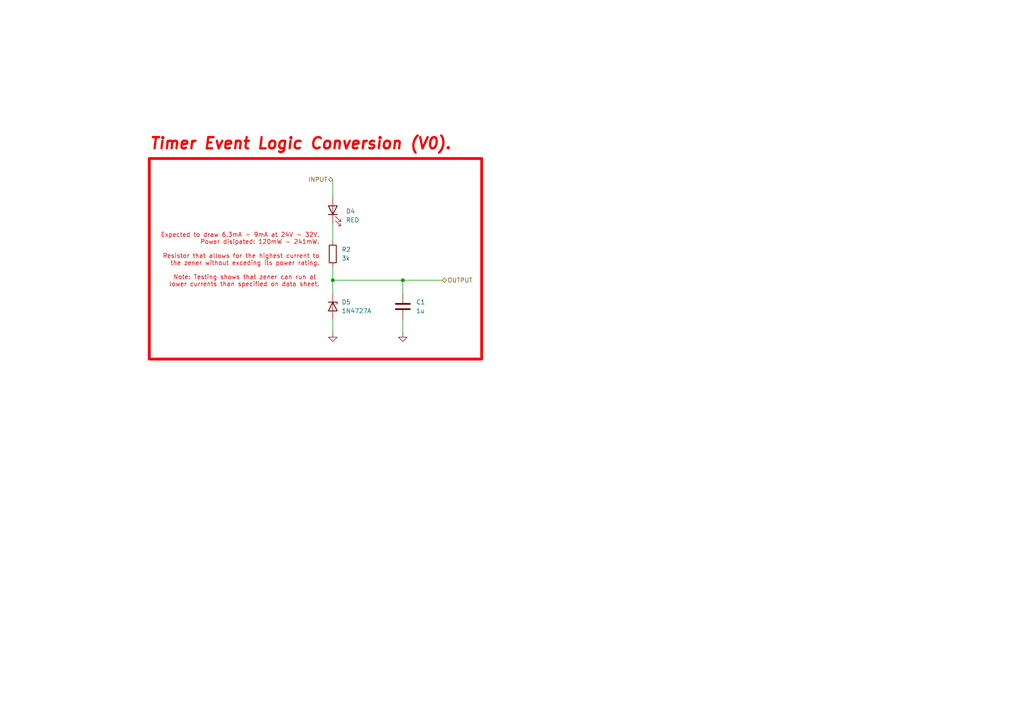
<source format=kicad_sch>
(kicad_sch (version 20250114) (generator "eeschema") (generator_version "9.0")
  (paper "A4")
  (lib_symbols
    (symbol "Device:C" (pin_numbers (hide yes)) (pin_names (offset 0.254))
      (property "Reference" "C" (at 0.635 2.54 0))
      (property "Value" "C" (at 0.635 -2.54 0))
      (symbol "C_0_1"
        (polyline (pts (xy -2.032 0.762) (xy 2.032 0.762)) (stroke (width 0.508)))
        (polyline (pts (xy -2.032 -0.762) (xy 2.032 -0.762)) (stroke (width 0.508)))
      )
      (symbol "C_1_1"
        (pin passive line (at 0 3.81 270) (length 2.794) (name "~") (number "1"))
        (pin passive line (at 0 -3.81 90) (length 2.794) (name "~") (number "2"))
      )
    )
    (symbol "Device:D_Zener" (pin_numbers (hide yes)) (pin_names (offset 1.016) (hide yes))
      (property "Reference" "D" (at 0 2.54 0))
      (property "Value" "D_Zener" (at 0 -2.54 0))
      (symbol "D_Zener_0_1"
        (polyline (pts (xy -1.27 -1.27) (xy -1.27 1.27) (xy -0.762 1.27)) (stroke (width 0.254)))
        (polyline (pts (xy 1.27 0) (xy -1.27 0)))
        (polyline (pts (xy 1.27 -1.27) (xy 1.27 1.27) (xy -1.27 0) (xy 1.27 -1.27)) (stroke (width 0.254)))
      )
      (symbol "D_Zener_1_1"
        (pin passive line (at -3.81 0 0) (length 2.54) (name "K") (number "1"))
        (pin passive line (at 3.81 0 180) (length 2.54) (name "A") (number "2"))
      )
    )
    (symbol "Device:LED" (pin_numbers (hide yes)) (pin_names (offset 1.016) (hide yes))
      (property "Reference" "D" (at 0 2.54 0))
      (property "Value" "LED" (at 0 -2.54 0))
      (symbol "LED_0_1"
        (polyline (pts (xy -3.048 -0.762) (xy -4.572 -2.286) (xy -3.81 -2.286) (xy -4.572 -2.286) (xy -4.572 -1.524)))
        (polyline (pts (xy -1.778 -0.762) (xy -3.302 -2.286) (xy -2.54 -2.286) (xy -3.302 -2.286) (xy -3.302 -1.524)))
        (polyline (pts (xy -1.27 0) (xy 1.27 0)))
        (polyline (pts (xy -1.27 -1.27) (xy -1.27 1.27)) (stroke (width 0.254)))
        (polyline (pts (xy 1.27 -1.27) (xy 1.27 1.27) (xy -1.27 0) (xy 1.27 -1.27)) (stroke (width 0.254)))
      )
      (symbol "LED_1_1"
        (pin passive line (at -3.81 0 0) (length 2.54) (name "K") (number "1"))
        (pin passive line (at 3.81 0 180) (length 2.54) (name "A") (number "2"))
      )
    )
    (symbol "Device:R" (pin_numbers (hide yes)) (pin_names (offset 0))
      (property "Reference" "R" (at 2.032 0 90))
      (property "Value" "R" (at 0 0 90))
      (symbol "R_0_1"
        (rectangle (start -1.016 -2.54) (end 1.016 2.54) (stroke (width 0.254)))
      )
      (symbol "R_1_1"
        (pin passive line (at 0 3.81 270) (length 1.27) (name "~") (number "1"))
        (pin passive line (at 0 -3.81 90) (length 1.27) (name "~") (number "2"))
      )
    )
    (symbol "power:GND" (power) (pin_numbers (hide yes)) (pin_names (offset 0) (hide yes))
      (property "Value" "GND" (at 0 -3.81 0))
      (symbol "GND_0_1"
        (polyline (pts (xy 0 0) (xy 0 -1.27) (xy 1.27 -1.27) (xy 0 -2.54) (xy -1.27 -1.27) (xy 0 -1.27)))
      )
      (symbol "GND_1_1"
        (pin power_in line (at 0 0 270) (length 0) (name "~") (number "1"))
      )
    )
  )
  (rectangle (start 43.307 45.974) (end 139.7 104.14) (stroke (width 0.8128) (color 255 0 0 1)))
  (text "Timer Event Logic Conversion (V0)." (at 43.18 43.688 0) (effects (font (size 3.2512 3.2512) (thickness 0.6502) (bold yes) (italic yes)) (justify left bottom)))
  (text "Expected to draw 6.3mA - 9mA at 24V - 32V.\nPower disipated: 120mW - 241mW.\n\nResistor that allows for the highest current to\nthe zener without exceding its power rating.\n\nNote: Testing shows that zener can run at \nlower currents than specified on data sheet." (at 92.71 75.438 0) (effects (font (size 1.27 1.27) (thickness 0.1588)) (justify right)))
  (junction (at 116.84 81.28))
  (junction (at 96.52 81.28))
  (wire (pts (xy 96.52 81.28) (xy 116.84 81.28)))
  (wire (pts (xy 96.52 64.77) (xy 96.52 69.85)))
  (wire (pts (xy 116.84 81.28) (xy 116.84 85.09)))
  (wire (pts (xy 116.84 92.71) (xy 116.84 96.52)))
  (wire (pts (xy 96.52 57.15) (xy 96.52 52.07)))
  (wire (pts (xy 96.52 77.47) (xy 96.52 81.28)))
  (wire (pts (xy 96.52 92.71) (xy 96.52 96.52)))
  (wire (pts (xy 116.84 81.28) (xy 128.27 81.28)))
  (wire (pts (xy 96.52 81.28) (xy 96.52 85.09)))
  (hierarchical_label "OUTPUT" (shape bidirectional) (at 128.27 81.28 0))
  (hierarchical_label "INPUT" (shape bidirectional) (at 96.52 52.07 180))
  (symbol (lib_id "Device:C") (at 116.84 88.9 0) (unit 1)
    (property "Reference" "C1" (at 120.65 87.6299 0) (effects (justify left)))
    (property "Value" "1u" (at 120.65 90.1699 0) (effects (justify left)))
    (property "Footprint" "Capacitor_SMD:C_1206_3216Metric_Pad1.33x1.80mm_HandSolder" (effects (hide yes)))
    (property "Description" "Unpolarized capacitor" (effects (hide yes)))
    (instances (project "MainPowerDistributionSystem" (path "" (reference "C1") (unit 1)) (path "" (reference "C3") (unit 1)) (path "" (reference "C6") (unit 1)) (path "" (reference "C2") (unit 1)) (path "" (reference "C7") (unit 1)) (path "" (reference "C5") (unit 1)) (path "" (reference "C4") (unit 1))))
  )
  (symbol (lib_id "power:GND") (at 96.52 96.52 0) (unit 1)
    (property "Reference" "#PWR088" (effects (hide yes)))
    (property "Value" "GND" (effects (hide yes)))
    (property "Description" "Power symbol creates a global label with name \"GND\" , ground" (effects (hide yes)))
    (instances (project "MainPowerDistributionSystem" (path "" (reference "#PWR088") (unit 1)) (path "" (reference "#PWR054") (unit 1)) (path "" (reference "#PWR063") (unit 1)) (path "" (reference "#PWR051") (unit 1)) (path "" (reference "#PWR066") (unit 1)) (path "" (reference "#PWR060") (unit 1)) (path "" (reference "#PWR057") (unit 1))))
  )
  (symbol (lib_id "Device:LED") (at 96.52 60.96 90) (unit 1)
    (property "Reference" "D4" (at 100.33 61.2774 90) (effects (justify right)))
    (property "Value" "RED" (at 100.33 63.8174 90) (effects (justify right)))
    (property "Footprint" "LED_SMD:LED_1206_3216Metric_Pad1.42x1.75mm_HandSolder" (effects (hide yes)))
    (property "Description" "Light emitting diode" (effects (hide yes)))
    (property "Sim.Pins" "1=K 2=A" (effects (hide yes)))
    (instances (project "MainPowerDistributionSystem" (path "" (reference "D4") (unit 1)) (path "" (reference "D3") (unit 1)) (path "" (reference "D11") (unit 1)) (path "" (reference "D1") (unit 1)) (path "" (reference "D13") (unit 1)) (path "" (reference "D9") (unit 1)) (path "" (reference "D7") (unit 1))))
  )
  (symbol (lib_id "Device:R") (at 96.52 73.66 0) (unit 1)
    (property "Reference" "R2" (at 99.06 72.3899 0) (effects (justify left)))
    (property "Value" "3k" (at 99.06 74.9299 0) (effects (justify left)))
    (property "Footprint" "Resistor_SMD:R_1206_3216Metric_Pad1.30x1.75mm_HandSolder" (effects (hide yes)))
    (property "Description" "Resistor" (effects (hide yes)))
    (instances (project "MainPowerDistributionSystem" (path "" (reference "R2") (unit 1)) (path "" (reference "R4") (unit 1)) (path "" (reference "R7") (unit 1)) (path "" (reference "R3") (unit 1)) (path "" (reference "R8") (unit 1)) (path "" (reference "R6") (unit 1)) (path "" (reference "R5") (unit 1))))
  )
  (symbol (lib_id "power:GND") (at 116.84 96.52 0) (unit 1)
    (property "Reference" "#PWR089" (effects (hide yes)))
    (property "Value" "GND" (effects (hide yes)))
    (property "Description" "Power symbol creates a global label with name \"GND\" , ground" (effects (hide yes)))
    (instances (project "MainPowerDistributionSystem" (path "" (reference "#PWR089") (unit 1)) (path "" (reference "#PWR055") (unit 1)) (path "" (reference "#PWR064") (unit 1)) (path "" (reference "#PWR052") (unit 1)) (path "" (reference "#PWR067") (unit 1)) (path "" (reference "#PWR061") (unit 1)) (path "" (reference "#PWR058") (unit 1))))
  )
  (symbol (lib_id "Device:D_Zener") (at 96.52 88.9 270) (unit 1)
    (property "Reference" "D5" (at 99.06 87.6299 90) (effects (justify left)))
    (property "Value" "1N4727A" (at 99.06 90.1699 90) (effects (justify left)))
    (property "Footprint" "Diode_THT:D_A-405_P7.62mm_Horizontal" (effects (hide yes)))
    (property "Description" "Zener diode" (effects (hide yes)))
    (instances (project "MainPowerDistributionSystem" (path "" (reference "D5") (unit 1)) (path "" (reference "D6") (unit 1)) (path "" (reference "D12") (unit 1)) (path "" (reference "D2") (unit 1)) (path "" (reference "D14") (unit 1)) (path "" (reference "D10") (unit 1)) (path "" (reference "D8") (unit 1))))
  )
)
</source>
